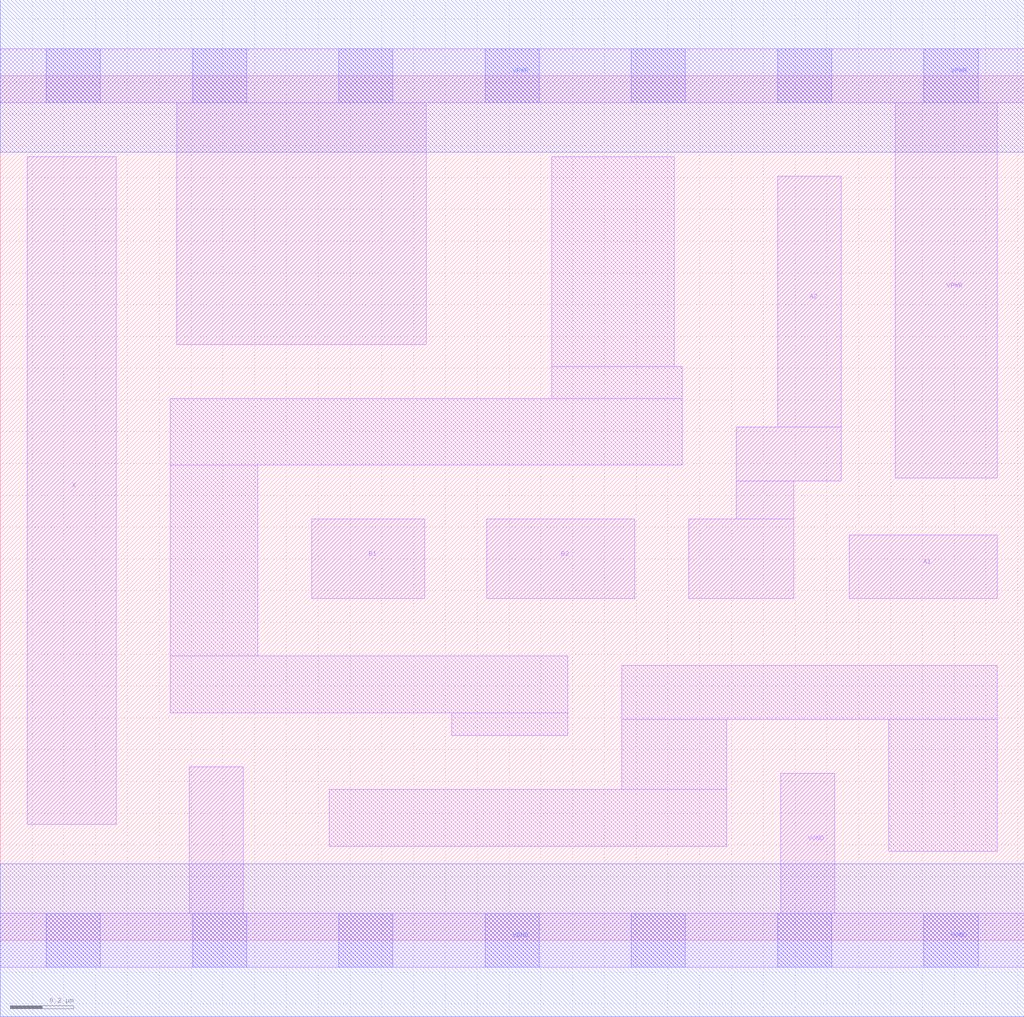
<source format=lef>
# Copyright 2020 The SkyWater PDK Authors
#
# Licensed under the Apache License, Version 2.0 (the "License");
# you may not use this file except in compliance with the License.
# You may obtain a copy of the License at
#
#     https://www.apache.org/licenses/LICENSE-2.0
#
# Unless required by applicable law or agreed to in writing, software
# distributed under the License is distributed on an "AS IS" BASIS,
# WITHOUT WARRANTIES OR CONDITIONS OF ANY KIND, either express or implied.
# See the License for the specific language governing permissions and
# limitations under the License.
#
# SPDX-License-Identifier: Apache-2.0

VERSION 5.7 ;
  NAMESCASESENSITIVE ON ;
  NOWIREEXTENSIONATPIN ON ;
  DIVIDERCHAR "/" ;
  BUSBITCHARS "[]" ;
UNITS
  DATABASE MICRONS 200 ;
END UNITS
MACRO sky130_fd_sc_hd__o22a_1
  CLASS CORE ;
  SOURCE USER ;
  FOREIGN sky130_fd_sc_hd__o22a_1 ;
  ORIGIN  0.000000  0.000000 ;
  SIZE  3.220000 BY  2.720000 ;
  SYMMETRY X Y R90 ;
  SITE unithd ;
  PIN A1
    ANTENNAGATEAREA  0.247500 ;
    DIRECTION INPUT ;
    USE SIGNAL ;
    PORT
      LAYER li1 ;
        RECT 2.670000 1.075000 3.135000 1.275000 ;
    END
  END A1
  PIN A2
    ANTENNAGATEAREA  0.247500 ;
    DIRECTION INPUT ;
    USE SIGNAL ;
    PORT
      LAYER li1 ;
        RECT 2.165000 1.075000 2.495000 1.325000 ;
        RECT 2.315000 1.325000 2.495000 1.445000 ;
        RECT 2.315000 1.445000 2.645000 1.615000 ;
        RECT 2.445000 1.615000 2.645000 2.405000 ;
    END
  END A2
  PIN B1
    ANTENNAGATEAREA  0.247500 ;
    DIRECTION INPUT ;
    USE SIGNAL ;
    PORT
      LAYER li1 ;
        RECT 0.980000 1.075000 1.335000 1.325000 ;
    END
  END B1
  PIN B2
    ANTENNAGATEAREA  0.247500 ;
    DIRECTION INPUT ;
    USE SIGNAL ;
    PORT
      LAYER li1 ;
        RECT 1.530000 1.075000 1.995000 1.325000 ;
    END
  END B2
  PIN X
    ANTENNADIFFAREA  0.449000 ;
    DIRECTION OUTPUT ;
    USE SIGNAL ;
    PORT
      LAYER li1 ;
        RECT 0.085000 0.365000 0.365000 2.465000 ;
    END
  END X
  PIN VGND
    DIRECTION INOUT ;
    SHAPE ABUTMENT ;
    USE GROUND ;
    PORT
      LAYER li1 ;
        RECT 0.000000 -0.085000 3.220000 0.085000 ;
        RECT 0.595000  0.085000 0.765000 0.545000 ;
        RECT 2.455000  0.085000 2.625000 0.525000 ;
      LAYER mcon ;
        RECT 0.145000 -0.085000 0.315000 0.085000 ;
        RECT 0.605000 -0.085000 0.775000 0.085000 ;
        RECT 1.065000 -0.085000 1.235000 0.085000 ;
        RECT 1.525000 -0.085000 1.695000 0.085000 ;
        RECT 1.985000 -0.085000 2.155000 0.085000 ;
        RECT 2.445000 -0.085000 2.615000 0.085000 ;
        RECT 2.905000 -0.085000 3.075000 0.085000 ;
      LAYER met1 ;
        RECT 0.000000 -0.240000 3.220000 0.240000 ;
    END
  END VGND
  PIN VPWR
    DIRECTION INOUT ;
    SHAPE ABUTMENT ;
    USE POWER ;
    PORT
      LAYER li1 ;
        RECT 0.000000 2.635000 3.220000 2.805000 ;
        RECT 0.555000 1.875000 1.340000 2.635000 ;
        RECT 2.815000 1.455000 3.135000 2.635000 ;
      LAYER mcon ;
        RECT 0.145000 2.635000 0.315000 2.805000 ;
        RECT 0.605000 2.635000 0.775000 2.805000 ;
        RECT 1.065000 2.635000 1.235000 2.805000 ;
        RECT 1.525000 2.635000 1.695000 2.805000 ;
        RECT 1.985000 2.635000 2.155000 2.805000 ;
        RECT 2.445000 2.635000 2.615000 2.805000 ;
        RECT 2.905000 2.635000 3.075000 2.805000 ;
      LAYER met1 ;
        RECT 0.000000 2.480000 3.220000 2.960000 ;
    END
  END VPWR
  OBS
    LAYER li1 ;
      RECT 0.535000 0.715000 1.785000 0.895000 ;
      RECT 0.535000 0.895000 0.810000 1.495000 ;
      RECT 0.535000 1.495000 2.145000 1.705000 ;
      RECT 1.035000 0.295000 2.285000 0.475000 ;
      RECT 1.420000 0.645000 1.785000 0.715000 ;
      RECT 1.735000 1.705000 2.145000 1.805000 ;
      RECT 1.735000 1.805000 2.120000 2.465000 ;
      RECT 1.955000 0.475000 2.285000 0.695000 ;
      RECT 1.955000 0.695000 3.135000 0.865000 ;
      RECT 2.795000 0.280000 3.135000 0.695000 ;
  END
END sky130_fd_sc_hd__o22a_1

</source>
